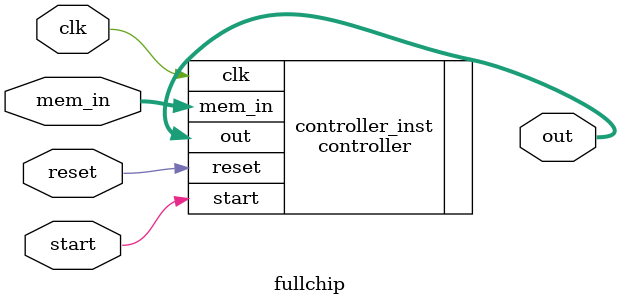
<source format=v>
module fullchip (clk, mem_in, reset, start, out);

parameter col = 8;
parameter bw = 8;
parameter bw_psum = 2*bw+4;
parameter pr = 16;

input  clk; 
input  [pr*bw-1:0] mem_in;  
input  reset;
input  start;
output [bw_psum*col-1:0]out;

controller #(.bw(bw)) controller_inst(
	.clk(clk),
	.reset(reset),
	.start(start),
	.mem_in(mem_in),
	.out(out)
);



endmodule

</source>
